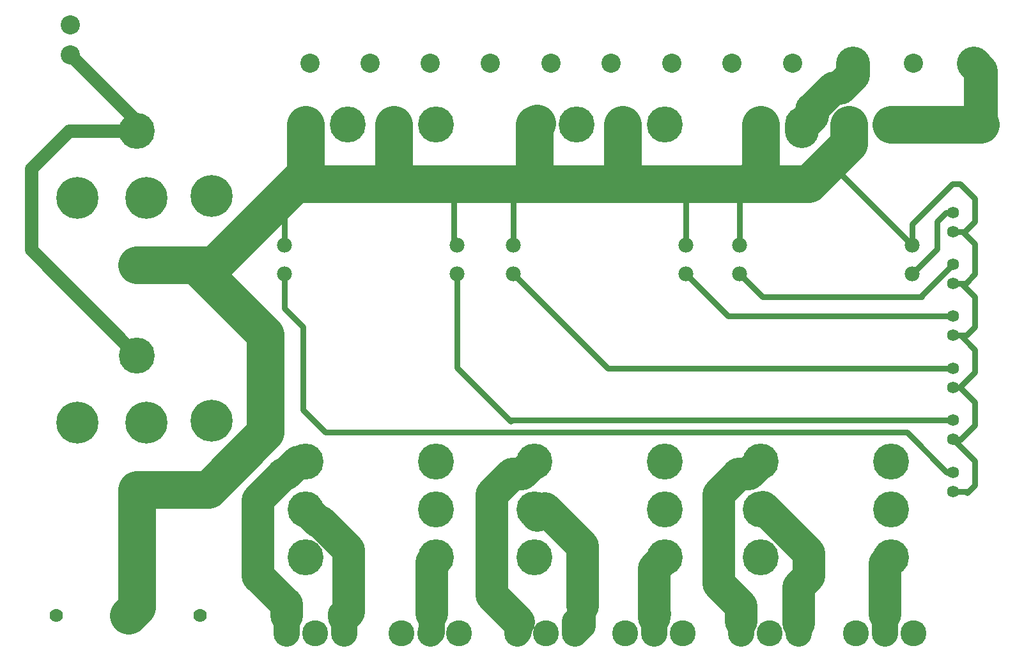
<source format=gbr>
G04 EAGLE Gerber RS-274X export*
G75*
%MOMM*%
%FSLAX34Y34*%
%LPD*%
%INBottom Copper*%
%IPPOS*%
%AMOC8*
5,1,8,0,0,1.08239X$1,22.5*%
G01*
%ADD10C,1.778000*%
%ADD11C,5.556250*%
%ADD12C,4.762500*%
%ADD13C,2.540000*%
%ADD14C,1.984375*%
%ADD15C,3.444875*%
%ADD16C,1.587500*%
%ADD17C,5.000000*%
%ADD18C,0.800000*%
%ADD19C,1.800000*%
%ADD20C,3.500000*%
%ADD21C,4.350000*%
%ADD22C,4.500000*%
%ADD23C,4.300000*%


D10*
X73350Y77200D03*
X168650Y77200D03*
X263950Y77200D03*
D11*
X192700Y333300D03*
D12*
X180000Y244400D03*
X180000Y422200D03*
D11*
X279060Y335840D03*
X101260Y333300D03*
X192700Y631200D03*
D12*
X180000Y542300D03*
X180000Y720100D03*
D11*
X279060Y633740D03*
X101260Y631200D03*
D13*
X91600Y821015D03*
X91600Y860385D03*
D12*
X576360Y728520D03*
X403640Y728520D03*
X520480Y728520D03*
X459520Y728520D03*
X576360Y281480D03*
X576360Y217980D03*
X576360Y154480D03*
X403640Y281480D03*
X403640Y217980D03*
X403640Y154480D03*
D14*
X604300Y568500D03*
X604300Y530400D03*
X375700Y530400D03*
X375700Y568500D03*
D12*
X879060Y728520D03*
X706340Y728520D03*
X823180Y728520D03*
X762220Y728520D03*
X879060Y281480D03*
X879060Y217980D03*
X879060Y154480D03*
X706340Y281480D03*
X706340Y217980D03*
X706340Y154480D03*
D14*
X907000Y568500D03*
X907000Y530400D03*
X678400Y530400D03*
X678400Y568500D03*
D12*
X1178860Y728520D03*
X1006140Y728520D03*
X1122980Y728520D03*
X1062020Y728520D03*
X1178860Y281480D03*
X1178860Y217980D03*
X1178860Y154480D03*
X1006140Y281480D03*
X1006140Y217980D03*
X1006140Y154480D03*
D14*
X1206800Y568500D03*
X1206800Y530400D03*
X978200Y530400D03*
X978200Y568500D03*
D13*
X488688Y810000D03*
X409313Y810000D03*
X647888Y810000D03*
X568513Y810000D03*
X807888Y810000D03*
X728513Y810000D03*
X967888Y810000D03*
X888513Y810000D03*
X1127888Y810000D03*
X1048513Y810000D03*
X1287888Y810000D03*
X1208513Y810000D03*
D15*
X377700Y54000D03*
X453900Y54000D03*
X415800Y54000D03*
X530700Y54000D03*
X606900Y54000D03*
X568800Y54000D03*
X683700Y54000D03*
X759900Y54000D03*
X721800Y54000D03*
X826700Y54000D03*
X902900Y54000D03*
X864800Y54000D03*
X979700Y54000D03*
X1055900Y54000D03*
X1017800Y54000D03*
X1132700Y54000D03*
X1208900Y54000D03*
X1170800Y54000D03*
D16*
X1261400Y586500D03*
X1261400Y611900D03*
X1261400Y517600D03*
X1261400Y543000D03*
X1261400Y448700D03*
X1261400Y474100D03*
X1261400Y379800D03*
X1261400Y405200D03*
X1261400Y310900D03*
X1261400Y336300D03*
X1261400Y242000D03*
X1261400Y267400D03*
D17*
X257700Y542300D02*
X180000Y542300D01*
X257700Y542300D02*
X282300Y542300D01*
X403640Y650000D02*
X403640Y663640D01*
X403640Y728520D01*
X360000Y620000D02*
X282300Y542300D01*
X360000Y620000D02*
X403640Y663640D01*
X708520Y728520D02*
X710000Y730000D01*
X708520Y728520D02*
X706340Y728520D01*
X1122980Y728520D02*
X1122980Y702980D01*
X1070000Y650000D01*
X990000Y650000D01*
X960000Y650000D01*
X910000Y650000D01*
X820000Y650000D01*
X700000Y650000D01*
X600000Y650000D01*
X530000Y650000D01*
X403640Y650000D01*
X520480Y660480D02*
X520480Y728520D01*
X520480Y660480D02*
X520000Y660000D01*
X530000Y650000D01*
X706340Y656340D02*
X706340Y728520D01*
X706340Y656340D02*
X700000Y650000D01*
X823180Y663180D02*
X823180Y728520D01*
X823180Y663180D02*
X820000Y660000D01*
X820000Y650000D01*
X1006140Y666140D02*
X1006140Y728520D01*
X1006140Y666140D02*
X990000Y650000D01*
X274400Y244400D02*
X180000Y244400D01*
X274400Y244400D02*
X350000Y320000D01*
X350000Y450000D01*
X257700Y542300D01*
X180000Y244400D02*
X180000Y88550D01*
X168650Y77200D01*
D18*
X375700Y568500D02*
X375700Y625700D01*
X390000Y640000D01*
X375700Y625700D02*
X370000Y620000D01*
X370000Y640000D01*
X380000Y650000D01*
X370000Y640000D02*
X360000Y630000D01*
X360000Y620000D01*
X600000Y572800D02*
X604300Y568500D01*
X600000Y572800D02*
X600000Y650000D01*
X678400Y628400D02*
X678400Y568500D01*
X678400Y628400D02*
X700000Y650000D01*
X907000Y647000D02*
X907000Y568500D01*
X907000Y647000D02*
X910000Y650000D01*
X978200Y631800D02*
X978200Y568500D01*
X978200Y631800D02*
X960000Y650000D01*
X1095300Y680000D02*
X1206800Y568500D01*
X1095300Y680000D02*
X1090000Y680000D01*
X1090000Y670000D01*
X1070000Y650000D01*
X1206800Y596800D02*
X1206800Y568500D01*
X1206800Y596800D02*
X1260000Y650000D01*
X1270000Y650000D01*
X1290000Y630000D01*
X1290000Y600000D01*
X1276500Y586500D01*
X1261400Y586500D01*
X1273500Y586500D01*
X1290000Y570000D01*
X1290000Y530000D01*
X1277600Y517600D01*
X1261400Y517600D01*
X1272400Y517600D01*
X1290000Y500000D01*
X1290000Y460000D01*
X1278700Y448700D01*
X1261400Y448700D01*
X1271300Y448700D01*
X1290000Y430000D01*
X1290000Y400000D01*
X1269800Y379800D01*
X1261400Y379800D01*
X1270200Y379800D01*
X1290000Y360000D01*
X1290000Y330000D01*
X1270000Y310000D01*
X1269100Y310900D01*
X1261400Y310900D01*
X1290000Y282300D01*
X1290000Y250000D02*
X1280000Y240000D01*
X1278000Y242000D01*
X1261400Y242000D01*
X1290000Y250000D02*
X1290000Y282300D01*
D19*
X180000Y732615D02*
X91600Y821015D01*
X180000Y732615D02*
X180000Y720100D01*
X90100Y720100D01*
X40000Y670000D01*
X40000Y562200D01*
X180000Y422200D01*
D20*
X377700Y77700D02*
X377700Y54000D01*
X377700Y77700D02*
X380000Y80000D01*
D21*
X377700Y77700D02*
X377700Y92300D01*
X340000Y130000D01*
X374136Y265067D02*
X377227Y265067D01*
X393640Y281480D02*
X403640Y281480D01*
X393640Y281480D02*
X377227Y265067D01*
X340000Y230930D02*
X340000Y130000D01*
X340000Y230930D02*
X374136Y265067D01*
D20*
X453900Y76100D02*
X453900Y54000D01*
X453900Y76100D02*
X450000Y80000D01*
D21*
X453900Y76100D02*
X460000Y82200D01*
X423144Y201567D02*
X420054Y201567D01*
X403640Y217980D01*
X423144Y201567D02*
X460000Y164710D01*
X460000Y82200D01*
D20*
X568800Y54000D02*
X570000Y55200D01*
X570000Y80000D01*
D21*
X570000Y148120D01*
X576360Y154480D01*
D20*
X683700Y54000D02*
X685552Y55852D01*
X685552Y69015D01*
X688269Y71732D01*
D21*
X685552Y69015D02*
X650000Y104566D01*
X676836Y265067D02*
X689927Y265067D01*
X706340Y281480D01*
X676836Y265067D02*
X650000Y238230D01*
X650000Y104566D01*
D20*
X759900Y69900D02*
X759900Y54000D01*
X759900Y69900D02*
X760000Y70000D01*
X770000Y64100D02*
X759900Y54000D01*
X770000Y64100D02*
X770000Y90000D01*
D21*
X770000Y170000D01*
X720000Y220000D01*
X710000Y210000D01*
X710000Y214320D01*
X706340Y217980D01*
D20*
X864800Y74800D02*
X864800Y54000D01*
X864800Y74800D02*
X870000Y80000D01*
D21*
X864800Y74800D02*
X864800Y140220D01*
X879060Y154480D01*
D20*
X979700Y69700D02*
X979700Y54000D01*
X979700Y69700D02*
X980000Y70000D01*
D21*
X979700Y69700D02*
X979700Y90300D01*
X950000Y120000D01*
X976636Y265067D02*
X989727Y265067D01*
X1006140Y281480D01*
X950000Y238430D02*
X950000Y120000D01*
X950000Y238430D02*
X976636Y265067D01*
D20*
X1055900Y67163D02*
X1055900Y54000D01*
X1055900Y67163D02*
X1051532Y71532D01*
D21*
X1055900Y67163D02*
X1055900Y115900D01*
X1070000Y130000D01*
X1070000Y160000D01*
X1009080Y220920D01*
X1006140Y217980D01*
D20*
X1170800Y79200D02*
X1170800Y54000D01*
X1170800Y79200D02*
X1170000Y80000D01*
D21*
X1170800Y79200D02*
X1170800Y146420D01*
X1178860Y154480D01*
D22*
X1062020Y728520D02*
X1073956Y740456D01*
X1060000Y726500D02*
X1060000Y720000D01*
X1127888Y794388D02*
X1127888Y810000D01*
X1062020Y728520D02*
X1060000Y726500D01*
X1073956Y740456D02*
X1073956Y748826D01*
D23*
X1102674Y777544D01*
X1111044Y777544D01*
D22*
X1127888Y794388D01*
D17*
X1178860Y728520D02*
X1297888Y728520D01*
D22*
X1297888Y800000D02*
X1287888Y810000D01*
X1297888Y800000D02*
X1297888Y728520D01*
D18*
X1240000Y563600D02*
X1206800Y530400D01*
X1240000Y563600D02*
X1240000Y600000D01*
X1251900Y611900D01*
X1261400Y611900D01*
X1008600Y500000D02*
X978200Y530400D01*
X1008600Y500000D02*
X1220000Y500000D01*
X1220000Y501600D01*
X1261400Y543000D01*
X963300Y474100D02*
X907000Y530400D01*
X963300Y474100D02*
X1261400Y474100D01*
X689400Y519400D02*
X678400Y530400D01*
X689400Y519400D02*
X803600Y405200D01*
X1261400Y405200D01*
X604300Y405700D02*
X604300Y530400D01*
X604300Y405700D02*
X675000Y335000D01*
X676300Y336300D01*
X1261400Y336300D01*
X375700Y484300D02*
X375700Y530400D01*
X375700Y484300D02*
X400000Y460000D01*
X400000Y350000D01*
X430000Y320000D01*
X1200000Y320000D01*
X1252600Y267400D01*
X1261400Y267400D01*
M02*

</source>
